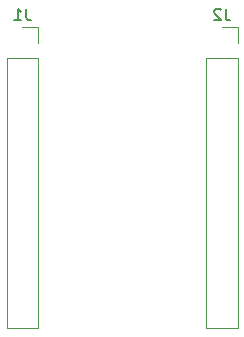
<source format=gbr>
G04 #@! TF.GenerationSoftware,KiCad,Pcbnew,(5.1.5)-3*
G04 #@! TF.CreationDate,2020-06-22T22:14:50-04:00*
G04 #@! TF.ProjectId,74X273 Simplified pinout,37345832-3733-4205-9369-6d706c696669,rev?*
G04 #@! TF.SameCoordinates,Original*
G04 #@! TF.FileFunction,Legend,Bot*
G04 #@! TF.FilePolarity,Positive*
%FSLAX46Y46*%
G04 Gerber Fmt 4.6, Leading zero omitted, Abs format (unit mm)*
G04 Created by KiCad (PCBNEW (5.1.5)-3) date 2020-06-22 22:14:50*
%MOMM*%
%LPD*%
G04 APERTURE LIST*
%ADD10C,0.120000*%
%ADD11C,0.150000*%
G04 APERTURE END LIST*
D10*
X168230000Y-76170000D02*
X166900000Y-76170000D01*
X168230000Y-77500000D02*
X168230000Y-76170000D01*
X168230000Y-78770000D02*
X165570000Y-78770000D01*
X165570000Y-78770000D02*
X165570000Y-101690000D01*
X168230000Y-78770000D02*
X168230000Y-101690000D01*
X168230000Y-101690000D02*
X165570000Y-101690000D01*
X151330000Y-76170000D02*
X150000000Y-76170000D01*
X151330000Y-77500000D02*
X151330000Y-76170000D01*
X151330000Y-78770000D02*
X148670000Y-78770000D01*
X148670000Y-78770000D02*
X148670000Y-101690000D01*
X151330000Y-78770000D02*
X151330000Y-101690000D01*
X151330000Y-101690000D02*
X148670000Y-101690000D01*
D11*
X167233333Y-74622380D02*
X167233333Y-75336666D01*
X167280952Y-75479523D01*
X167376190Y-75574761D01*
X167519047Y-75622380D01*
X167614285Y-75622380D01*
X166804761Y-74717619D02*
X166757142Y-74670000D01*
X166661904Y-74622380D01*
X166423809Y-74622380D01*
X166328571Y-74670000D01*
X166280952Y-74717619D01*
X166233333Y-74812857D01*
X166233333Y-74908095D01*
X166280952Y-75050952D01*
X166852380Y-75622380D01*
X166233333Y-75622380D01*
X150333333Y-74622380D02*
X150333333Y-75336666D01*
X150380952Y-75479523D01*
X150476190Y-75574761D01*
X150619047Y-75622380D01*
X150714285Y-75622380D01*
X149333333Y-75622380D02*
X149904761Y-75622380D01*
X149619047Y-75622380D02*
X149619047Y-74622380D01*
X149714285Y-74765238D01*
X149809523Y-74860476D01*
X149904761Y-74908095D01*
M02*

</source>
